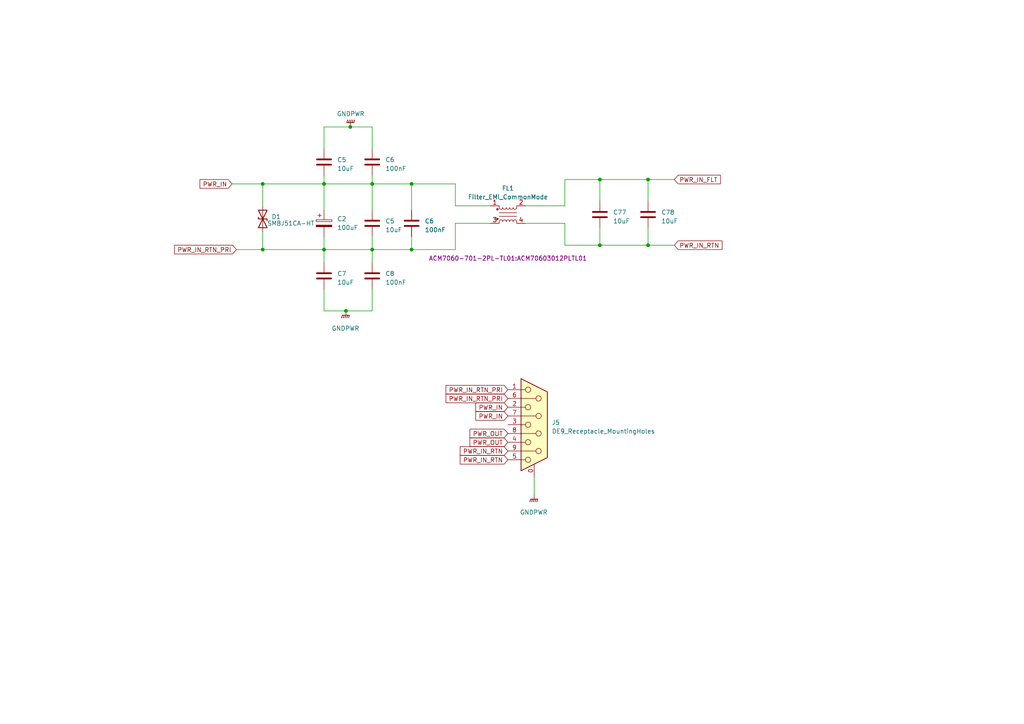
<source format=kicad_sch>
(kicad_sch (version 20230121) (generator eeschema)
  (paper "A4")
  (lib_symbols
    (symbol "Connector:DE9_Receptacle_MountingHoles" (pin_names (offset 1.016) hide)
      (property "Reference" "J" (at 0 16.51 0))
      (property "Value" "DE9_Receptacle_MountingHoles" (at 0 14.605 0))
      (symbol "DE9_Receptacle_MountingHoles_0_1"
        (circle (center -1.778 -10.16) (radius 0.762))
        (circle (center -1.778 -5.08) (radius 0.762))
        (circle (center -1.778 0) (radius 0.762))
        (circle (center -1.778 5.08) (radius 0.762))
        (circle (center -1.778 10.16) (radius 0.762))
        (polyline (pts (xy -3.81 -10.16) (xy -2.54 -10.16)))
        (polyline (pts (xy -3.81 -7.62) (xy 0.508 -7.62)))
        (polyline (pts (xy -3.81 -5.08) (xy -2.54 -5.08)))
        (polyline (pts (xy -3.81 -2.54) (xy 0.508 -2.54)))
        (polyline (pts (xy -3.81 0) (xy -2.54 0)))
        (polyline (pts (xy -3.81 2.54) (xy 0.508 2.54)))
        (polyline (pts (xy -3.81 5.08) (xy -2.54 5.08)))
        (polyline (pts (xy -3.81 7.62) (xy 0.508 7.62)))
        (polyline (pts (xy -3.81 10.16) (xy -2.54 10.16)))
        (polyline (pts (xy -3.81 13.335) (xy -3.81 -13.335) (xy 3.81 -9.525) (xy 3.81 9.525) (xy -3.81 13.335)) (stroke (width 0.254)) (fill (type background)))
        (circle (center 1.27 -7.62) (radius 0.762))
        (circle (center 1.27 -2.54) (radius 0.762))
        (circle (center 1.27 2.54) (radius 0.762))
        (circle (center 1.27 7.62) (radius 0.762))
      )
      (symbol "DE9_Receptacle_MountingHoles_1_1"
        (pin passive line (at 0 -15.24 90) (length 3.81) (name "PAD") (number "0"))
        (pin passive line (at -7.62 10.16 0) (length 3.81) (name "1") (number "1"))
        (pin passive line (at -7.62 5.08 0) (length 3.81) (name "2") (number "2"))
        (pin passive line (at -7.62 0 0) (length 3.81) (name "3") (number "3"))
        (pin passive line (at -7.62 -5.08 0) (length 3.81) (name "4") (number "4"))
        (pin passive line (at -7.62 -10.16 0) (length 3.81) (name "5") (number "5"))
        (pin passive line (at -7.62 7.62 0) (length 3.81) (name "6") (number "6"))
        (pin passive line (at -7.62 2.54 0) (length 3.81) (name "7") (number "7"))
        (pin passive line (at -7.62 -2.54 0) (length 3.81) (name "8") (number "8"))
        (pin passive line (at -7.62 -7.62 0) (length 3.81) (name "9") (number "9"))
      )
    )
    (symbol "Device:C" (pin_numbers hide) (pin_names (offset 0.254))
      (property "Reference" "C" (at 0.635 2.54 0))
      (property "Value" "C" (at 0.635 -2.54 0))
      (symbol "C_0_1"
        (polyline (pts (xy -2.032 -0.762) (xy 2.032 -0.762)) (stroke (width 0.508)))
        (polyline (pts (xy -2.032 0.762) (xy 2.032 0.762)) (stroke (width 0.508)))
      )
      (symbol "C_1_1"
        (pin passive line (at 0 3.81 270) (length 2.794) (name "~") (number "1"))
        (pin passive line (at 0 -3.81 90) (length 2.794) (name "~") (number "2"))
      )
    )
    (symbol "Device:C_Polarized" (pin_numbers hide) (pin_names (offset 0.254))
      (property "Reference" "C" (at 0.635 2.54 0))
      (property "Value" "C_Polarized" (at 0.635 -2.54 0))
      (symbol "C_Polarized_0_1"
        (rectangle (start -2.286 0.508) (end 2.286 1.016))
        (polyline (pts (xy -1.778 2.286) (xy -0.762 2.286)))
        (polyline (pts (xy -1.27 2.794) (xy -1.27 1.778)))
        (rectangle (start 2.286 -0.508) (end -2.286 -1.016) (fill (type outline)))
      )
      (symbol "C_Polarized_1_1"
        (pin passive line (at 0 3.81 270) (length 2.794) (name "~") (number "1"))
        (pin passive line (at 0 -3.81 90) (length 2.794) (name "~") (number "2"))
      )
    )
    (symbol "Device:D_TVS" (pin_numbers hide) (pin_names (offset 1.016) hide)
      (property "Reference" "D" (at 0 2.54 0))
      (property "Value" "D_TVS" (at 0 -2.54 0))
      (symbol "D_TVS_0_1"
        (polyline (pts (xy 1.27 0) (xy -1.27 0)))
        (polyline (pts (xy 0.508 1.27) (xy 0 1.27) (xy 0 -1.27) (xy -0.508 -1.27)) (stroke (width 0.254)))
        (polyline (pts (xy -2.54 1.27) (xy -2.54 -1.27) (xy 2.54 1.27) (xy 2.54 -1.27) (xy -2.54 1.27)) (stroke (width 0.254)))
      )
      (symbol "D_TVS_1_1"
        (pin passive line (at -3.81 0 0) (length 2.54) (name "A1") (number "1"))
        (pin passive line (at 3.81 0 180) (length 2.54) (name "A2") (number "2"))
      )
    )
    (symbol "Device:Filter_EMI_CommonMode" (pin_names (offset 0.254) hide)
      (property "Reference" "FL" (at 0 4.445 0))
      (property "Value" "Filter_EMI_CommonMode" (at 0 -4.445 0))
      (symbol "Filter_EMI_CommonMode_0_1"
        (circle (center -3.048 -1.27) (radius 0.254) (fill (type outline)))
        (circle (center -3.048 1.524) (radius 0.254) (fill (type outline)))
        (arc (start -2.54 2.032) (mid -2.032 1.5262) (end -1.524 2.032))
        (arc (start -1.524 -2.032) (mid -2.032 -1.5262) (end -2.54 -2.032))
        (arc (start -1.524 2.032) (mid -1.016 1.5262) (end -0.508 2.032))
        (arc (start -0.508 -2.032) (mid -1.016 -1.5262) (end -1.524 -2.032))
        (arc (start -0.508 2.032) (mid 0 1.5262) (end 0.508 2.032))
        (polyline (pts (xy -2.54 -2.032) (xy -2.54 -2.54)))
        (polyline (pts (xy -2.54 0.508) (xy 2.54 0.508)))
        (polyline (pts (xy -2.54 2.032) (xy -2.54 2.54)))
        (polyline (pts (xy 2.54 -2.032) (xy 2.54 -2.54)))
        (polyline (pts (xy 2.54 -0.508) (xy -2.54 -0.508)))
        (polyline (pts (xy 2.54 2.54) (xy 2.54 2.032)))
        (arc (start 0.508 -2.032) (mid 0 -1.5262) (end -0.508 -2.032))
        (arc (start 0.508 2.032) (mid 1.016 1.5262) (end 1.524 2.032))
        (arc (start 1.524 -2.032) (mid 1.016 -1.5262) (end 0.508 -2.032))
        (arc (start 1.524 2.032) (mid 2.032 1.5262) (end 2.54 2.032))
        (arc (start 2.54 -2.032) (mid 2.032 -1.5262) (end 1.524 -2.032))
      )
      (symbol "Filter_EMI_CommonMode_1_1"
        (pin passive line (at -5.08 2.54 0) (length 2.54) (name "1") (number "1"))
        (pin passive line (at 5.08 2.54 180) (length 2.54) (name "2") (number "2"))
        (pin passive line (at -5.08 -2.54 0) (length 2.54) (name "3") (number "3"))
        (pin passive line (at 5.08 -2.54 180) (length 2.54) (name "4") (number "4"))
      )
    )
    (symbol "power:GNDPWR" (power) (pin_names (offset 0))
      (property "Value" "GNDPWR" (at 0 -3.302 0))
      (symbol "GNDPWR_0_1"
        (polyline (pts (xy 0 -1.27) (xy 0 0)))
        (polyline (pts (xy -1.016 -1.27) (xy -1.27 -2.032) (xy -1.27 -2.032)) (stroke (width 0.2032)))
        (polyline (pts (xy -0.508 -1.27) (xy -0.762 -2.032) (xy -0.762 -2.032)) (stroke (width 0.2032)))
        (polyline (pts (xy 0 -1.27) (xy -0.254 -2.032) (xy -0.254 -2.032)) (stroke (width 0.2032)))
        (polyline (pts (xy 0.508 -1.27) (xy 0.254 -2.032) (xy 0.254 -2.032)) (stroke (width 0.2032)))
        (polyline (pts (xy 1.016 -1.27) (xy -1.016 -1.27) (xy -1.016 -1.27)) (stroke (width 0.2032)))
        (polyline (pts (xy 1.016 -1.27) (xy 0.762 -2.032) (xy 0.762 -2.032) (xy 0.762 -2.032)) (stroke (width 0.2032)))
      )
      (symbol "GNDPWR_1_1"
        (pin power_in line (at 0 0 270) (length 0) hide (name "GNDPWR") (number "1"))
      )
    )
  )
  (junction (at 107.95 53.34))
  (junction (at 173.99 52.07))
  (junction (at 187.96 71.12))
  (junction (at 93.98 53.34))
  (junction (at 100.33 90.17))
  (junction (at 187.96 52.07))
  (junction (at 76.2 72.39))
  (junction (at 93.98 72.39))
  (junction (at 107.95 72.39))
  (junction (at 119.38 53.34))
  (junction (at 173.99 71.12))
  (junction (at 76.2 53.34))
  (junction (at 119.38 72.39))
  (junction (at 101.6 36.83))
  (wire (pts (xy 107.95 68.58) (xy 107.95 72.39)))
  (wire (pts (xy 163.83 52.07) (xy 163.83 59.69)))
  (wire (pts (xy 187.96 52.07) (xy 187.96 58.42)))
  (wire (pts (xy 119.38 53.34) (xy 132.08 53.34)))
  (wire (pts (xy 107.95 72.39) (xy 119.38 72.39)))
  (wire (pts (xy 119.38 53.34) (xy 119.38 60.96)))
  (wire (pts (xy 76.2 59.69) (xy 76.2 53.34)))
  (wire (pts (xy 107.95 72.39) (xy 107.95 76.2)))
  (wire (pts (xy 93.98 53.34) (xy 76.2 53.34)))
  (wire (pts (xy 93.98 50.8) (xy 93.98 53.34)))
  (wire (pts (xy 173.99 71.12) (xy 187.96 71.12)))
  (wire (pts (xy 93.98 72.39) (xy 93.98 76.2)))
  (wire (pts (xy 93.98 53.34) (xy 107.95 53.34)))
  (wire (pts (xy 142.24 64.77) (xy 132.08 64.77)))
  (wire (pts (xy 132.08 64.77) (xy 132.08 72.39)))
  (wire (pts (xy 107.95 50.8) (xy 107.95 53.34)))
  (wire (pts (xy 163.83 71.12) (xy 173.99 71.12)))
  (wire (pts (xy 76.2 72.39) (xy 93.98 72.39)))
  (wire (pts (xy 187.96 52.07) (xy 195.58 52.07)))
  (wire (pts (xy 76.2 67.31) (xy 76.2 72.39)))
  (wire (pts (xy 93.98 43.18) (xy 93.98 36.83)))
  (wire (pts (xy 100.33 90.17) (xy 107.95 90.17)))
  (wire (pts (xy 173.99 52.07) (xy 187.96 52.07)))
  (wire (pts (xy 152.4 59.69) (xy 163.83 59.69)))
  (wire (pts (xy 107.95 90.17) (xy 107.95 83.82)))
  (wire (pts (xy 93.98 83.82) (xy 93.98 90.17)))
  (wire (pts (xy 187.96 71.12) (xy 195.58 71.12)))
  (wire (pts (xy 142.24 59.69) (xy 132.08 59.69)))
  (wire (pts (xy 119.38 72.39) (xy 132.08 72.39)))
  (wire (pts (xy 93.98 68.58) (xy 93.98 72.39)))
  (wire (pts (xy 132.08 59.69) (xy 132.08 53.34)))
  (wire (pts (xy 107.95 60.96) (xy 107.95 53.34)))
  (wire (pts (xy 93.98 72.39) (xy 107.95 72.39)))
  (wire (pts (xy 163.83 52.07) (xy 173.99 52.07)))
  (wire (pts (xy 173.99 52.07) (xy 173.99 58.42)))
  (wire (pts (xy 67.31 53.34) (xy 76.2 53.34)))
  (wire (pts (xy 187.96 66.04) (xy 187.96 71.12)))
  (wire (pts (xy 93.98 90.17) (xy 100.33 90.17)))
  (wire (pts (xy 68.58 72.39) (xy 76.2 72.39)))
  (wire (pts (xy 173.99 66.04) (xy 173.99 71.12)))
  (wire (pts (xy 101.6 36.83) (xy 107.95 36.83)))
  (wire (pts (xy 107.95 36.83) (xy 107.95 43.18)))
  (wire (pts (xy 107.95 53.34) (xy 119.38 53.34)))
  (wire (pts (xy 119.38 68.58) (xy 119.38 72.39)))
  (wire (pts (xy 93.98 53.34) (xy 93.98 60.96)))
  (wire (pts (xy 163.83 64.77) (xy 163.83 71.12)))
  (wire (pts (xy 93.98 36.83) (xy 101.6 36.83)))
  (wire (pts (xy 154.94 138.43) (xy 154.94 143.51)))
  (wire (pts (xy 152.4 64.77) (xy 163.83 64.77)))
  (global_label "PWR_IN" (shape input) (at 67.31 53.34 180) (property "Intersheetrefs" "${INTERSHEET_REFS}" (effects hide)))
  (global_label "PWR_IN_RTN" (shape input) (at 147.32 133.35 180) (property "Intersheetrefs" "${INTERSHEET_REFS}" (effects hide)))
  (global_label "PWR_OUT" (shape input) (at 147.32 128.27 180) (property "Intersheetrefs" "${INTERSHEET_REFS}" (effects hide)))
  (global_label "PWR_IN_RTN_PRI" (shape input) (at 68.58 72.39 180) (property "Intersheetrefs" "${INTERSHEET_REFS}" (effects hide)))
  (global_label "PWR_IN_RTN" (shape input) (at 195.58 71.12 0) (property "Intersheetrefs" "${INTERSHEET_REFS}" (effects hide)))
  (global_label "PWR_IN_RTN_PRI" (shape input) (at 147.32 113.03 180) (property "Intersheetrefs" "${INTERSHEET_REFS}" (effects hide)))
  (global_label "PWR_IN" (shape input) (at 147.32 120.65 180) (property "Intersheetrefs" "${INTERSHEET_REFS}" (effects hide)))
  (global_label "PWR_IN_RTN" (shape input) (at 147.32 130.81 180) (property "Intersheetrefs" "${INTERSHEET_REFS}" (effects hide)))
  (global_label "PWR_OUT" (shape input) (at 147.32 125.73 180) (property "Intersheetrefs" "${INTERSHEET_REFS}" (effects hide)))
  (global_label "PWR_IN_FLT" (shape input) (at 195.58 52.07 0) (property "Intersheetrefs" "${INTERSHEET_REFS}" (effects hide)))
  (global_label "PWR_IN_RTN_PRI" (shape input) (at 147.32 115.57 180) (property "Intersheetrefs" "${INTERSHEET_REFS}" (effects hide)))
  (global_label "PWR_IN" (shape input) (at 147.32 118.11 180) (property "Intersheetrefs" "${INTERSHEET_REFS}" (effects hide)))
  (symbol (lib_id "Device:C_Polarized") (at 93.98 64.77 0) (unit 1)
    (property "Reference" "C2" (at 97.79 63.5 0) (effects (justify left)))
    (property "Value" "100uF" (at 97.79 66.04 0) (effects (justify left)))
    (property "Footprint" "Capacitor_SMD:CP_Elec_10x10" (effects hide))
    (instances (project "power" (path "" (reference "C2") (unit 1))) (project "MTAL_PWR" (path "" (reference "C81") (unit 1)) (path "" (reference "C36") (unit 1))) (project "24V_1A" (path "" (reference "C22") (unit 1)) (path "" (reference "C1") (unit 1))) (project "GEP_HW" (path "" (reference "C2") (unit 1))))
  )
  (symbol (lib_id "power:GNDPWR") (at 100.33 90.17 0) (unit 1)
    (property "Reference" "#PWR02" (effects hide))
    (property "Value" "GNDPWR" (at 100.203 95.25 0))
    (instances (project "MTAL_PWR" (path "" (reference "#PWR02") (unit 1))) (project "24V_1A" (path "" (reference "#PWR01") (unit 1))))
  )
  (symbol (lib_id "Device:C") (at 107.95 46.99 0) (unit 1)
    (property "Reference" "C6" (at 111.76 46.355 0) (effects (justify left)))
    (property "Value" "100nF" (at 111.76 48.895 0) (effects (justify left)))
    (property "Footprint" "Capacitor_SMD:C_1206_3216Metric_Pad1.33x1.80mm_HandSolder" (effects hide))
    (instances (project "MTAL_PWR" (path "" (reference "C6") (unit 1))) (project "24V_1A" (path "" (reference "C8") (unit 1))))
  )
  (symbol (lib_id "Connector:DE9_Receptacle_MountingHoles") (at 154.94 123.19 0) (unit 1)
    (property "Reference" "J5" (at 160.02 122.555 0) (effects (justify left)))
    (property "Value" "DE9_Receptacle_MountingHoles" (at 160.02 125.095 0) (effects (justify left)))
    (property "Footprint" "Connector_Dsub:DSUB-9_Female_Horizontal_P2.77x2.84mm_EdgePinOffset7.70mm_Housed_MountingHolesOffset9.12mm" (effects hide))
    (property "Datasheet" " ~" (effects hide))
    (instances (project "24V_1A" (path "" (reference "J5") (unit 1)) (path "" (reference "J1") (unit 1))))
  )
  (symbol (lib_id "power:GNDPWR") (at 101.6 36.83 180) (unit 1)
    (property "Reference" "#PWR03" (effects hide))
    (property "Value" "GNDPWR" (at 101.727 33.02 0))
    (instances (project "MTAL_PWR" (path "" (reference "#PWR03") (unit 1))) (project "24V_1A" (path "" (reference "#PWR02") (unit 1))))
  )
  (symbol (lib_id "Device:Filter_EMI_CommonMode") (at 147.32 62.23 0) (unit 1)
    (property "Reference" "FL1" (at 147.32 54.61 0))
    (property "Value" "Filter_EMI_CommonMode" (at 147.32 57.15 0))
    (property "Footprint" "ACM7060-701-2PL-TL01:ACM70603012PLTL01" (at 147.32 74.93 0))
  )
  (symbol (lib_id "Device:C") (at 187.96 62.23 0) (unit 1)
    (property "Reference" "C78" (at 191.77 61.595 0) (effects (justify left)))
    (property "Value" "10uF" (at 191.77 64.135 0) (effects (justify left)))
    (property "Footprint" "Capacitor_SMD:C_1206_3216Metric_Pad1.33x1.80mm_HandSolder" (effects hide))
    (instances (project "MTAL_PWR" (path "" (reference "C78") (unit 1))) (project "24V_1A" (path "" (reference "C20") (unit 1))))
  )
  (symbol (lib_id "power:GNDPWR") (at 154.94 143.51 0) (unit 1)
    (property "Reference" "#PWR01" (effects hide))
    (property "Value" "GNDPWR" (at 154.813 148.59 0))
    (instances (project "MTAL_PWR" (path "" (reference "#PWR01") (unit 1))) (project "24V_1A" (path "" (reference "#PWR05") (unit 1))))
  )
  (symbol (lib_id "Device:C") (at 93.98 80.01 0) (unit 1)
    (property "Reference" "C7" (at 97.79 79.375 0) (effects (justify left)))
    (property "Value" "10uF" (at 97.79 81.915 0) (effects (justify left)))
    (property "Footprint" "Capacitor_SMD:C_1206_3216Metric_Pad1.33x1.80mm_HandSolder" (effects hide))
    (instances (project "MTAL_PWR" (path "" (reference "C7") (unit 1))) (project "24V_1A" (path "" (reference "C6") (unit 1))))
  )
  (symbol (lib_id "Device:C") (at 107.95 64.77 0) (unit 1)
    (property "Reference" "C5" (at 111.76 64.135 0) (effects (justify left)))
    (property "Value" "10uF" (at 111.76 66.675 0) (effects (justify left)))
    (property "Footprint" "Capacitor_SMD:C_1206_3216Metric_Pad1.33x1.80mm_HandSolder" (effects hide))
    (instances (project "MTAL_PWR" (path "" (reference "C5") (unit 1))) (project "24V_1A" (path "" (reference "C2") (unit 1))))
  )
  (symbol (lib_id "Device:C") (at 173.99 62.23 0) (unit 1)
    (property "Reference" "C77" (at 177.8 61.595 0) (effects (justify left)))
    (property "Value" "10uF" (at 177.8 64.135 0) (effects (justify left)))
    (property "Footprint" "Capacitor_SMD:C_1206_3216Metric_Pad1.33x1.80mm_HandSolder" (effects hide))
    (instances (project "MTAL_PWR" (path "" (reference "C77") (unit 1))) (project "24V_1A" (path "" (reference "C19") (unit 1))))
  )
  (symbol (lib_id "Device:C") (at 107.95 80.01 0) (unit 1)
    (property "Reference" "C8" (at 111.76 79.375 0) (effects (justify left)))
    (property "Value" "100nF" (at 111.76 81.915 0) (effects (justify left)))
    (property "Footprint" "Capacitor_SMD:C_1206_3216Metric_Pad1.33x1.80mm_HandSolder" (effects hide))
    (instances (project "MTAL_PWR" (path "" (reference "C8") (unit 1))) (project "24V_1A" (path "" (reference "C9") (unit 1))))
  )
  (symbol (lib_id "Device:D_TVS") (at 76.2 63.5 90) (unit 1)
    (property "Reference" "D1" (at 78.74 62.865 90) (effects (justify right)))
    (property "Value" "SMBJ51CA-HT" (at 77.47 64.77 90) (effects (justify right)))
    (property "Footprint" "Diode_SMD:D_SMB_Handsoldering" (effects hide))
  )
  (symbol (lib_id "Device:C") (at 93.98 46.99 0) (unit 1)
    (property "Reference" "C5" (at 97.79 46.355 0) (effects (justify left)))
    (property "Value" "10uF" (at 97.79 48.895 0) (effects (justify left)))
    (property "Footprint" "Capacitor_SMD:C_1206_3216Metric_Pad1.33x1.80mm_HandSolder" (effects hide))
  )
  (symbol (lib_id "Device:C") (at 119.38 64.77 0) (unit 1)
    (property "Reference" "C6" (at 123.19 64.135 0) (effects (justify left)))
    (property "Value" "100nF" (at 123.19 66.675 0) (effects (justify left)))
    (property "Footprint" "Capacitor_SMD:C_1206_3216Metric_Pad1.33x1.80mm_HandSolder" (effects hide))
    (instances (project "MTAL_PWR" (path "" (reference "C6") (unit 1))) (project "24V_1A" (path "" (reference "C3") (unit 1))))
  )
)
</source>
